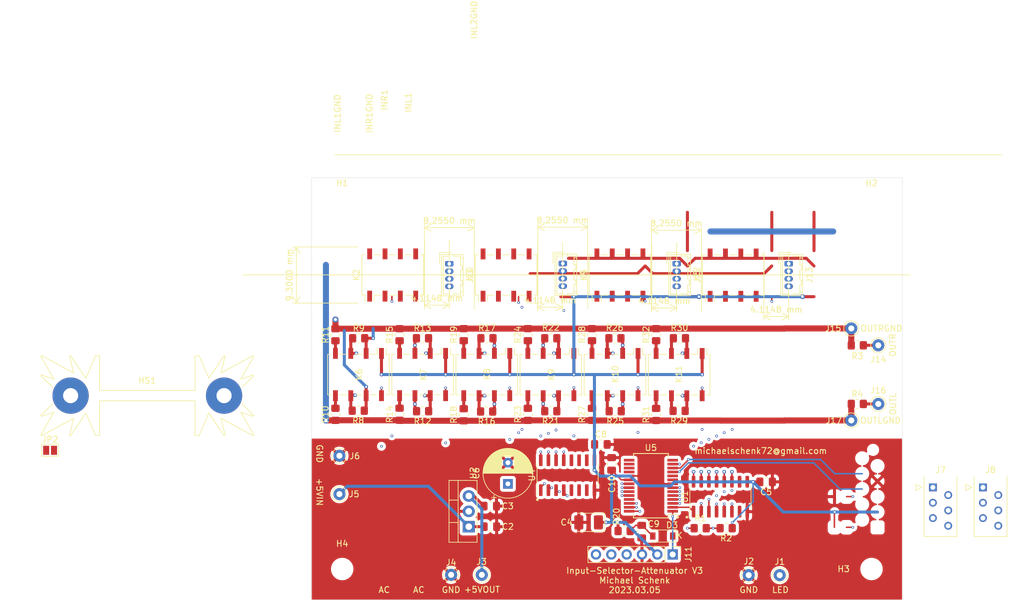
<source format=kicad_pcb>
(kicad_pcb (version 20221018) (generator pcbnew)
  (layers (0 "F.Cu" mixed) (1 "In1.Cu" signal) (2 "In2.Cu" signal) (31 "B.Cu" mixed) (34 "B.Paste" user) (35 "F.Paste" user) (36 "B.SilkS" user "B.Silkscreen") (37 "F.SilkS" user "F.Silkscreen") (38 "B.Mask" user) (39 "F.Mask" user) (44 "Edge.Cuts" user))
  (net 0 "")
  (net 1 "GND")
  (net 2 "Net-(J5-Pin_1)")
  (net 3 "+5V")
  (net 4 "Net-(D3-A)")
  (net 5 "Net-(D3-K)")
  (net 6 "VCC")
  (net 7 "RC0{slash}CHA")
  (net 8 "Net-(J1-Pin_1)")
  (net 9 "RC2{slash}SW")
  (net 11 "GND1")
  (net 12 "GND2")
  (net 13 "Net-(K2-Pad3)")
  (net 14 "RC5{slash}CHA")
  (net 15 "RC7{slash}SW")
  (net 17 "Net-(J10-Pin_1)")
  (net 18 "Net-(J10-Pin_3)")
  (net 20 "Net-(J14-Pin_1)")
  (net 21 "Net-(K2-Pad6)")
  (net 22 "Net-(J16-Pin_1)")
  (net 23 "Net-(K6-Pad3)")
  (net 24 "Net-(J9-Pin_1)")
  (net 25 "Net-(J9-Pin_3)")
  (net 26 "Net-(J12-Pin_1)")
  (net 27 "Net-(J12-Pin_3)")
  (net 28 "Net-(J13-Pin_1)")
  (net 29 "Net-(J13-Pin_3)")
  (net 30 "ICSPDAT")
  (net 31 "ICSPCLK")
  (net 32 "Net-(U4-O1)")
  (net 33 "Net-(U4-O2)")
  (net 34 "Net-(U4-O3)")
  (net 43 "Net-(K7-Pad3)")
  (net 44 "Net-(K6-Pad4)")
  (net 45 "Net-(K6-Pad5)")
  (net 46 "Net-(K6-Pad6)")
  (net 47 "Net-(U4-O4)")
  (net 48 "Net-(K7-Pad6)")
  (net 49 "Net-(K7-Pad4)")
  (net 50 "Net-(K7-Pad5)")
  (net 51 "Net-(U1-O1)")
  (net 52 "Net-(K8-Pad4)")
  (net 53 "Net-(K8-Pad5)")
  (net 54 "Net-(U1-O2)")
  (net 55 "Net-(K9-Pad4)")
  (net 56 "Net-(K9-Pad5)")
  (net 57 "Net-(K8-Pad3)")
  (net 58 "Net-(K8-Pad6)")
  (net 59 "Net-(U1-O3)")
  (net 60 "Net-(K10-Pad4)")
  (net 61 "Net-(K10-Pad5)")
  (net 62 "Net-(K10-Pad7)")
  (net 63 "Net-(U1-O4)")
  (net 64 "Net-(K10-Pad6)")
  (net 65 "Net-(K11-Pad4)")
  (net 66 "Net-(K11-Pad5)")
  (net 67 "Net-(U1-O5)")
  (net 68 "Net-(U1-O6)")
  (net 69 "Net-(U5-RB5)")
  (net 72 "Net-(U4-I1)")
  (net 73 "Net-(U4-I2)")
  (net 74 "Net-(U4-I3)")
  (net 75 "ATT_0")
  (net 76 "ATT_1")
  (net 77 "ATT_2")
  (net 78 "ATT_3")
  (net 79 "ATT_4")
  (net 80 "ATT_5")
  (net 81 "Net-(U4-I4)")
  (net 88 "Net-(K10-Pad2)")
  (net 89 "Net-(K10-Pad3)")
  (footprint "Capacitor_SMD:C_0805_2012Metric_Pad1.18x1.45mm_HandSolder" (layer "F.Cu") (at 146.4525 106.0196)
    (fp_text reference "C2")
    (fp_text value "330nF")
  )
  (footprint "Capacitor_SMD:C_0805_2012Metric_Pad1.18x1.45mm_HandSolder" (layer "F.Cu") (at 146.431 102.616)
    (fp_text reference "C3")
    (fp_text value "100nF")
  )
  (footprint "Capacitor_SMD:C_0805_2012Metric_Pad1.18x1.45mm_HandSolder" (layer "F.Cu") (at 192.0963 98.6028 180)
    (fp_text reference "C5")
    (fp_text value "100nF")
  )
  (footprint "MountingHole:MountingHole_3.2mm_M3" (layer "F.Cu") (at 209.55 53.34)
    (fp_text reference "H2")
    (fp_text value "MountingHole")
  )
  (footprint "MountingHole:MountingHole_3.2mm_M3" (layer "F.Cu") (at 209.55 113.03)
    (fp_text reference "H3")
    (fp_text value "MountingHole")
  )
  (footprint "MountingHole:MountingHole_3.2mm_M3" (layer "F.Cu") (at 121.92 113.03)
    (fp_text reference "H4")
    (fp_text value "MountingHole")
  )
  (footprint "Connector_Pin:Pin_D1.0mm_L10.0mm" (layer "F.Cu") (at 194.345485 114.046)
    (fp_text reference "J1")
    (fp_text value "LED")
  )
  (footprint "Connector_Pin:Pin_D1.0mm_L10.0mm" (layer "F.Cu") (at 189.214685 114.046)
    (fp_text reference "J2")
    (fp_text value "GND")
  )
  (footprint "Connector_Pin:Pin_D1.0mm_L10.0mm" (layer "F.Cu") (at 145.034 113.9952)
    (fp_text reference "J3")
    (fp_text value "+5VOUT")
  )
  (footprint "Connector_Pin:Pin_D1.0mm_L10.0mm" (layer "F.Cu") (at 139.954 113.9952)
    (fp_text reference "J4")
    (fp_text value "GND")
  )
  (footprint "Connector_Pin:Pin_D1.0mm_L10.0mm" (layer "F.Cu") (at 121.4628 100.6348)
    (fp_text reference "J5")
    (fp_text value "+VIN")
  )
  (footprint "Connector_Pin:Pin_D1.0mm_L10.0mm" (layer "F.Cu") (at 121.4628 94.2848)
    (fp_text reference "J6")
    (fp_text value "GND")
  )
  (footprint "Connector_Pin:Pin_D1.0mm_L10.0mm" (layer "F.Cu") (at 210.6676 75.9968)
    (fp_text reference "J14")
    (fp_text value "OUT_R")
  )
  (footprint "Connector_Pin:Pin_D1.0mm_L10.0mm" (layer "F.Cu") (at 206.197298 73.2028)
    (fp_text reference "J15")
    (fp_text value "OUT_GNDR")
  )
  (footprint "Connector_Pin:Pin_D1.0mm_L10.0mm" (layer "F.Cu") (at 210.6676 85.6996)
    (fp_text reference "J16")
    (fp_text value "OUT_L")
  )
  (footprint "Connector_Pin:Pin_D1.0mm_L10.0mm" (layer "F.Cu") (at 206.197298 88.428868)
    (fp_text reference "J17")
    (fp_text value "OUT_GNDL")
  )
  (footprint "Relay_SMD:Relay_DPDT_Omron_G6K-2F" (layer "F.Cu") (at 130.2766 64.3584 90)
    (fp_text reference "K2")
    (fp_text value "G6K-2F DC5")
  )
  (footprint "Relay_SMD:Relay_DPDT_Omron_G6K-2F" (layer "F.Cu") (at 149.0472 64.3688 90)
    (fp_text reference "K3")
    (fp_text value "G6K-2F DC5")
  )
  (footprint "Relay_SMD:Relay_DPDT_Omron_G6K-2F" (layer "F.Cu") (at 167.894 64.3688 90)
    (fp_text reference "K4")
    (fp_text value "G6K-2F DC5")
  )
  (footprint "Relay_SMD:Relay_DPDT_Omron_G6K-2F" (layer "F.Cu") (at 186.6392 64.3838 90)
    (fp_text reference "K5")
    (fp_text value "G6K-2F DC5")
  )
  (footprint "Resistor_SMD:R_0805_2012Metric_Pad1.20x1.40mm_HandSolder" (layer "F.Cu") (at 181.1876 106.2736)
    (fp_text reference "R1")
    (fp_text value "330R")
  )
  (footprint "Resistor_SMD:R_0805_2012Metric_Pad1.20x1.40mm_HandSolder" (layer "F.Cu") (at 185.4868 106.2736 180)
    (fp_text reference "R2")
    (fp_text value "330R")
  )
  (footprint "Resistor_SMD:R_0805_2012Metric_Pad1.20x1.40mm_HandSolder" (layer "F.Cu") (at 207.1972 85.6996)
    (fp_text reference "R4")
    (fp_text value "10k/0.1%")
  )
  (footprint "MountingHole:MountingHole_3.2mm_M3" (layer "F.Cu") (at 121.92 53.34)
    (fp_text reference "H1")
    (fp_text value "MountingHole")
  )
  (footprint "Resistor_SMD:R_0805_2012Metric_Pad1.20x1.40mm_HandSolder" (layer "F.Cu") (at 207.1972 75.9968)
    (fp_text reference "R3")
    (fp_text value "10k/0.1%")
  )
  (footprint "Package_SO:SOIC-16_3.9x9.9mm_P1.27mm" (layer "F.Cu") (at 159.2326 97.4994 90)
    (fp_text reference "U4")
    (fp_text value "ULN2003A")
  )
  (footprint "Package_TO_SOT_THT:TO-220-3_Vertical" (layer "F.Cu") (at 142.875 106.0196 90)
    (fp_text reference "U2")
    (fp_text value "L7805")
  )
  (footprint "Capacitor_Tantalum_SMD:CP_EIA-3528-21_Kemet-B_Pad1.50x2.35mm_HandSolder" (layer "F.Cu") (at 162.713 105.3084 180)
    (fp_text reference "C4")
    (fp_text value "10uF")
  )
  (footprint "Package_SO:SOIC-16_3.9x9.9mm_P1.27mm" (layer "F.Cu") (at 184.531 101.0554 90)
    (fp_text reference "U1")
    (fp_text value "ULN2003A")
  )
  (footprint "Connector_TE-Connectivity:TE_Micro-MaTch_215079-6_2x03_P1.27mm_Vertical" (layer "F.Cu") (at 219.7054 99.5172)
    (fp_text reference "J7")
    (fp_text value "TE MicroMatch")
  )
  (footprint "Resistor_SMD:R_0805_2012Metric_Pad1.20x1.40mm_HandSolder" (layer "F.Cu") (at 135.2296 86.9 180)
    (fp_text reference "R12")
    (fp_text value "2.94k/0.1%")
  )
  (footprint "Capacitor_SMD:C_0805_2012Metric_Pad1.18x1.45mm_HandSolder" (layer "F.Cu") (at 164.7444 92.4052)
    (fp_text reference "C8")
    (fp_text value "100nF")
  )
  (footprint "Resistor_SMD:R_0805_2012Metric_Pad1.20x1.40mm_HandSolder" (layer "F.Cu") (at 156.448 74.8284 180)
    (fp_text reference "R22")
    (fp_text value "7.5k/0.1%")
  )
  (footprint "Connector_Hirose:Hirose_DF13-04P-1.25DSA_1x04_P1.25mm_Vertical" (layer "F.Cu") (at 139.6492 62.4932 -90)
    (fp_text reference "J10")
    (fp_text value "Conn_01x04")
  )
  (footprint "Resistor_SMD:R_0805_2012Metric_Pad1.20x1.40mm_HandSolder" (layer "F.Cu") (at 135.2136 74.8284 180)
    (fp_text reference "R13")
    (fp_text value "2.94k/0.1%")
  )
  (footprint "Relay_SMD:Relay_DPDT_Omron_G6K-2F" (layer "F.Cu") (at 177.6984 80.8496 -90)
    (fp_text reference "K11")
    (fp_text value "G6K-2F DC5")
  )
  (footprint "Heatsink:Heatsink_Fischer_SK104-STC-STIC_35x13mm_2xDrill2.5mm" (layer "F.Cu") (at 89.662 84.328)
    (fp_text reference "HS1")
    (fp_text value "Heatsink")
  )
  (footprint "Resistor_SMD:R_0805_2012Metric_Pad1.20x1.40mm_HandSolder" (layer "F.Cu") (at 173.8884 87.4428 90)
    (fp_text reference "R31")
    (fp_text value "40.2R/0.1%")
  )
  (footprint "Resistor_SMD:R_0805_2012Metric_Pad1.20x1.40mm_HandSolder" (layer "F.Cu") (at 167.116 86.9 180)
    (fp_text reference "R25")
    (fp_text value "9.31k/0.1%")
  )
  (footprint "Diode_SMD:D_SOD-123" (layer "F.Cu") (at 174.9816 107.572 180)
    (fp_text reference "D3")
    (fp_text value "1N4148W")
  )
  (footprint "Resistor_SMD:R_0805_2012Metric_Pad1.20x1.40mm_HandSolder" (layer "F.Cu") (at 131.4196 87.4052 90)
    (fp_text reference "R14")
    (fp_text value "24.3k/0.1%")
  )
  (footprint "Resistor_SMD:R_0805_2012Metric_Pad1.20x1.40mm_HandSolder" (layer "F.Cu") (at 145.8816 74.8284 180)
    (fp_text reference "R17")
    (fp_text value "4.99k/0.1%")
  )
  (footprint "Resistor_SMD:R_0805_2012Metric_Pad1.20x1.40mm_HandSolder" (layer "F.Cu") (at 124.5776 86.8172 180)
    (fp_text reference "R8")
    (fp_text value "1.58k/0.1%")
  )
  (footprint "Relay_SMD:Relay_DPDT_Omron_G6K-2F" (layer "F.Cu") (at 124.6124 80.836 -90)
    (fp_text reference "K6")
    (fp_text value "G6K-2F DC5")
  )
  (footprint "Resistor_SMD:R_0805_2012Metric_Pad1.20x1.40mm_HandSolder" (layer "F.Cu") (at 177.6984 86.8492 180)
    (fp_text reference "R29")
    (fp_text value "10k/0.1%")
  )
  (footprint "Relay_SMD:Relay_DPDT_Omron_G6K-2F" (layer "F.Cu") (at 135.2296 80.8308 -90)
    (fp_text reference "K7")
    (fp_text value "G6K-2F DC5")
  )
  (footprint "Capacitor_SMD:C_0805_2012Metric_Pad1.18x1.45mm_HandSolder" (layer "F.Cu") (at 166.5224 95.6271 90)
    (fp_text reference "C10")
    (fp_text value "100nF")
  )
  (footprint "Resistor_SMD:R_0805_2012Metric_Pad1.20x1.40mm_HandSolder" (layer "F.Cu") (at 177.7492 74.8284 180)
    (fp_text reference "R30")
    (fp_text value "10k/0.1%")
  )
  (footprint "Resistor_SMD:R_0805_2012Metric_Pad1.20x1.40mm_HandSolder" (layer "F.Cu") (at 120.8024 74.248 90)
    (fp_text reference "R11")
    (fp_text value "53.6k/0.1%")
  )
  (footprint "Resistor_SMD:R_0805_2012Metric_Pad1.20x1.40mm_HandSolder" (layer "F.Cu") (at 167.0652 74.8284 180)
    (fp_text reference "R26")
    (fp_text value "9.31k/0.1%")
  )
  (footprint "Connector_Hirose:Hirose_DF13-04P-1.25DSA_1x04_P1.25mm_Vertical" (layer "F.Cu") (at 158.4452 62.4532 -90)
    (fp_text reference "J9")
    (fp_text value "Conn_01x04")
  )
  (footprint "Resistor_SMD:R_0805_2012Metric_Pad1.20x1.40mm_HandSolder" (layer "F.Cu") (at 145.8308 86.9508 180)
    (fp_text reference "R16")
    (fp_text value "4.99k/0.1%")
  )
  (footprint "Capacitor_THT:CP_Radial_D8.0mm_P3.50mm" (layer "F.Cu") (at 149.352 98.933 90)
    (fp_text reference "C6")
    (fp_text value "220uF/25V")
  )
  (footprint "Resistor_SMD:R_0805_2012Metric_Pad1.20x1.40mm_HandSolder" (layer "F.Cu") (at 163.2712 87.424 90)
    (fp_text reference "R27")
    (fp_text value "681R/0.1%")
  )
  (footprint "Resistor_SMD:R_0805_2012Metric_Pad1.20x1.40mm_HandSolder" (layer "F.Cu") (at 131.4196 74.248 90)
    (fp_text reference "R15")
    (fp_text value "24.3k/0.1%")
  )
  (footprint "Resistor_SMD:R_0805_2012Metric_Pad1.20x1.40mm_HandSolder" (layer "F.Cu") (at 156.448 86.9 180)
    (fp_text reference "R21")
    (fp_text value "7.5k/0.1%")
  )
  (footprint "Resistor_SMD:R_0805_2012Metric_Pad1.20x1.40mm_HandSolder" (layer "F.Cu") (at 124.6472 74.8284 180)
    (fp_text reference "R9")
    (fp_text value "1.58k/0.1%")
  )
  (footprint "Resistor_SMD:R_0805_2012Metric_Pad1.20x1.40mm_HandSolder" (layer "F.Cu") (at 120.8024 87.424 90)
    (fp_text reference "R10")
    (fp_text value "53.6k/0.1%")
  )
  (footprint "Resistor_SMD:R_0805_2012Metric_Pad1.20x1.40mm_HandSolder" (layer "F.Cu") (at 152.654 74.2348 90)
    (fp_text reference "R24")
    (fp_text value "3.32k/0.1%")
  )
  (footprint "Connector_TE-Connectivity:TE_Micro-MaTch_215079-6_2x03_P1.27mm_Vertical" (layer "F.Cu") (at 227.9904 99.5172)
    (fp_text reference "J8")
    (fp_text value "TE MicroMatch")
  )
  (footprint "Resistor_SMD:R_0805_2012Metric_Pad1.20x1.40mm_HandSolder" (layer "F.Cu") (at 163.2712 74.2348 90)
    (fp_text reference "R28")
    (fp_text value "681R/0.1%")
  )
  (footprint "Resistor_SMD:R_0805_2012Metric_Pad1.20x1.40mm_HandSolder" (layer "F.Cu") (at 152.654 87.424 90)
    (fp_text reference "R23")
    (fp_text value "3.32k/0.1%")
  )
  (footprint "Resistor_SMD:R_0805_2012Metric_Pad1.20x1.40mm_HandSolder" (layer "F.Cu") (at 142.039092 74.2348 90)
    (fp_text reference "R19")
    (fp_text value "10k/0.1%")
  )
  (footprint "Jumper:SolderJumper-2_P1.3mm_Open_Pad1.0x1.5mm" (layer "F.Cu") (at 73.562 93.378)
    (fp_text reference "JP2")
    (fp_text value "SolderJumper_2_Open")
  )
  (footprint "Resistor_SMD:R_0805_2012Metric_Pad1.20x1.40mm_HandSolder" (layer "F.Cu") (at 168.5892 106.7308)
    (fp_text reference "R20")
    (fp_text value "4.7k")
  )
  (footprint "Connector_Hirose:Hirose_DF13-04P-1.25DSA_1x04_P1.25mm_Vertical" (layer "F.Cu") (at 195.834 62.484 -90)
    (fp_text reference "J13")
    (fp_text value "Conn_01x04")
  )
  (footprint "Relay_SMD:Relay_DPDT_Omron_G6K-2F" (layer "F.Cu") (at 167.0812 80.836 -90)
    (fp_text reference "K10")
    (fp_text value "G6K-2F DC5")
  )
  (footprint "Capacitor_SMD:C_0805_2012Metric_Pad1.18x1.45mm_HandSolder" (layer "F.Cu") (at 171.5008 106.8393 -90)
    (fp_text reference "C9")
    (fp_text value "10nF")
  )
  (footprint "Resistor_SMD:R_0805_2012Metric_Pad1.20x1.40mm_HandSolder" (layer "F.Cu") (at 142.039092 87.4908 90)
    (fp_text reference "R18")
    (fp_text value "10k/0.1%")
  )
  (footprint "Relay_SMD:Relay_DPDT_Omron_G6K-2F" (layer "F.Cu") (at 156.464 80.8412 -90)
    (fp_text reference "K9")
    (fp_text value "G6K-2F DC5")
  )
  (footprint "Resistor_SMD:R_0805_2012Metric_Pad1.20x1.40mm_HandSolder" (layer "F.Cu") (at 173.8884 74.2348 90)
    (fp_text reference "R32")
    (fp_text value "40.2R/0.1%")
  )
  (footprint "Relay_SMD:Relay_DPDT_Omron_G6K-2F" (layer "F.Cu") (at 145.849092 80.836 -90)
    (fp_text reference "K8")
    (fp_text value "G6K-2F DC5")
  )
  (footprint "Connector_PinHeader_2.54mm:PinHeader_1x06_P2.54mm_Vertical" (layer "F.Cu") (at 176.6316 110.62 -90)
    (fp_text reference "J11")
    (fp_text value "Conn_01x06_Male")
  )
  (footprint "Connector_Hirose:Hirose_DF13-04P-1.25DSA_1x04_P1.25mm_Vertical" (layer "F.Cu") (at 177.292 62.484 -90)
    (fp_text reference "J12")
    (fp_text value "Conn_01x04")
  )
  (footprint "Package_SO:SSOP-28_5.3x10.2mm_P0.65mm" (layer "F.Cu") (at 173.0248 99.2408 180)
    (fp_text reference "U5")
    (fp_text value "PIC16F18056-I/SS")
  )
  (gr_line (start 120.65 44.45) (end 231.14 44.45) (stroke (width 0.12)) (layer "F.SilkS"))
  (gr_line (start 105.5002 64.3282) (end 215.9902 64.3282) (stroke (width 0.12)) (layer "F.SilkS"))
  (gr_line (start 116.84 118.11) (end 116.84 48.26) (stroke (width 0.05)) (layer "Edge.Cuts"))
  (gr_line (start 214.63 118.11) (end 116.84 118.11) (stroke (width 0.05)) (layer "Edge.Cuts"))
  (gr_line (start 214.63 48.26) (end 214.63 118.11) (stroke (width 0.05)) (layer "Edge.Cuts"))
  (gr_line (start 116.84 48.26) (end 214.63 48.26) (stroke (width 0.05)) (layer "Edge.Cuts"))
  (gr_text "OUTL" (at 213.106 85.6996 90) (layer "F.SilkS") (effects (font (size 1 1))))
  (gr_text "AC" (at 134.5946 116.4844) (layer "F.SilkS") (effects (font (size 1 1))))
  (gr_text "+5VIN" (at 118.1608 100.2792 270) (layer "F.SilkS") (effects (font (size 1 1))))
  (gr_text "GND" (at 118.1608 93.9292 270) (layer "F.SilkS") (effects (font (size 1 1))))
  (gr_text "+5VOUT" (at 145.077204 116.4336) (layer "F.SilkS") (effects (font (size 1 1))))
  (gr_text "GND" (at 139.946404 116.4844) (layer "F.SilkS") (effects (font (size 1 1))))
  (gr_text "GND" (at 189.23 116.4844) (layer "F.SilkS") (effects (font (size 1 1))))
  (gr_text "INR1GND" (at 126.4412 37.6174 90) (layer "F.SilkS") (effects (font (size 1 1))))
  (gr_text "INL1" (at 132.8928 35.814 90) (layer "F.SilkS") (effects (font (size 1 1))))
  (gr_text "INR1" (at 128.9304 35.3822 90) (layer "F.SilkS") (effects (font (size 1 1))))
  (gr_text "INL2GND" (at 143.7386 22.1234 90) (layer "F.SilkS") (effects (font (size 1 1))))
  (gr_text "OUTLGND" (at 211.0232 88.4428) (layer "F.SilkS") (effects (font (size 1 1))))
  (gr_text "OUTRGND" (at 211.1756 73.2028) (layer "F.SilkS") (effects (font (size 1 1))))
  (gr_text "Input-Selector-Attenuator V3\nMichael Schenk\n2023.03.05" (at 170.3324 114.9096) (layer "F.SilkS") (effects (font (size 1 1))))
  (gr_text "LED" (at 194.4624 116.4844) (layer "F.SilkS") (effects (font (size 1 1))))
  (gr_text "°" (at 178.9684 104.8512) (layer "F.SilkS") (effects (font (size 1 1))))
  (gr_text "michaelschenk72@gmail.com" (at 191.2112 93.472) (layer "F.SilkS") (effects (font (size 1 1))))
  (gr_text "°" (at 154.2288 101.9556) (layer "F.SilkS") (effects (font (size 1 1))))
  (gr_text "°" (at 177.4444 104.8512) (layer "F.SilkS") (effects (font (size 1 1))))
  (gr_text "AC" (at 128.8796 116.4844) (layer "F.SilkS") (effects (font (size 1 1))))
  (gr_text "INL1GND" (at 121.158 37.6174 90) (layer "F.SilkS") (effects (font (size 1 1))))
  (gr_text "K" (at 177.7492 107.4928) (layer "F.SilkS") (effects (font (size 1 1))))
  (gr_text "OUTR" (at 213.0552 75.946 90) (layer "F.SilkS") (effects (font (size 1 1))))
  (dimension (type aligned) (layer "F.SilkS") (pts (xy 135.5344 70.485) (xy 143.7894 70.485)) (height -13.97) (gr_text "8.2550 mm" (at 139.6619 55.365) (layer "F.SilkS") (effects (font (size 1 1) (thickness 0.15)))) (format (prefix "") (suffix "") (units 3) (units_format 1) (precision 4)) (style (thickness 0.12) (arrow_length 1.27) (text_position_mode 0) (extension_height 0.58642) (extension_offset 0.5) keep_text_aligned))
  (dimension (type aligned) (layer "F.SilkS") (pts (xy 173.1772 58.5724) (xy 177.292 58.5724)) (height 11.2368) (gr_text "4.1148 mm" (at 175.2346 68.6592) (layer "F.SilkS") (effects (font (size 1 1) (thickness 0.15)))) (format (prefix "") (suffix "") (units 3) (units_format 1) (precision 4)) (style (thickness 0.12) (arrow_length 1.27) (text_position_mode 0) (extension_height 0.58642) (extension_offset 0.5) keep_text_aligned))
  (dimension (type aligned) (layer "F.SilkS") (pts (xy 173.1264 70.9168) (xy 181.3814 70.9168)) (height -13.97) (gr_text "8.2550 mm" (at 177.2539 55.7968) (layer "F.SilkS") (effects (font (size 1 1) (thickness 0.15)))) (format (prefix "") (suffix "") (units 3) (units_format 1) (precision 4)) (style (thickness 0.12) (arrow_length 1.27) (text_position_mode 0) (extension_height 0.58642) (extension_offset 0.5) keep_text_aligned))
  (dimension (type aligned) (layer "F.SilkS") (pts (xy 191.7192 59.9948) (xy 195.834 59.9948)) (height 11.2368) (gr_text "4.1148 mm" (at 193.7766 70.0816) (layer "F.SilkS") (effects (font (size 1 1) (thickness 0.15)))) (format (prefix "") (suffix "") (units 3) (units_format 1) (precision 4)) (style (thickness 0.12) (arrow_length 1.27) (text_position_mode 0) (extension_height 0.58642) (extension_offset 0.5) keep_text_aligned))
  (dimension (type aligned) (layer "F.SilkS") (pts (xy 154.305 70.4088) (xy 162.56 70.4088)) (height -13.97) (gr_text "8.2550 mm" (at 158.4325 55.2888) (layer "F.SilkS") (effects (font (size 1 1) (thickness 0.15)))) (format (prefix "") (suffix "") (units 3) (units_format 1) (precision 4)) (style (thickness 0.12) (arrow_length 1.27) (text_position_mode 0) (extension_height 0.58642) (extension_offset 0.5) keep_text_aligned))
  (dimension (type aligned) (layer "F.SilkS") (pts (xy 135.5344 58.1152) (xy 139.6492 58.1152)) (height 11.2368) (gr_text "4.1148 mm" (at 137.5918 68.202) (layer "F.SilkS") (effects (font (size 1 1) (thickness 0.15)))) (format (prefix "") (suffix "") (units 3) (units_format 1) (precision 4)) (style (thickness 0.12) (arrow_length 1.27) (text_position_mode 0) (extension_height 0.58642) (extension_offset 0.5) keep_text_aligned))
  (dimension (type aligned) (layer "F.SilkS") (pts (xy 154.2796 58.4608) (xy 158.3944 58.4608)) (height 11.2368) (gr_text "4.1148 mm" (at 156.337 68.5476) (layer "F.SilkS") (effects (font (size 1 1) (thickness 0.15)))) (format (prefix "") (suffix "") (units 3) (units_format 1) (precision 4)) (style (thickness 0.12) (arrow_length 1.27) (text_position_mode 0) (extension_height 0.58642) (extension_offset 0.5) keep_text_aligned))
  (dimension (type aligned) (layer "F.SilkS") (pts (xy 125.0266 69.0084) (xy 125.0266 59.7084)) (height -10.6758) (gr_text "9.3000 mm" (at 113.2008 64.3584 90) (layer "F.SilkS") (effects (font (size 1 1) (thickness 0.15)))) (format (prefix "") (suffix "") (units 3) (units_format 1) (precision 4)) (style (thickness 0.12) (arrow_length 1.27) (text_position_mode 0) (extension_height 0.58642) (extension_offset 0.5) keep_text_aligned))
  (segment (start 205.4192 101.0412) (end 206.4512 101.0412) (width 0.25) (layer "F.Cu") (net 0))
  (segment (start 205.4032 106.1212) (end 206.4512 106.1212) (width 0.25) (layer "F.Cu") (net 0))
  (via (at 206.4512 101.0412) (size 0.45) (drill 0.225) (layers "F.Cu" "B.Cu") (net 0))
  (via (at 206.4512 106.1212) (size 0.45) (drill 0.225) (layers "F.Cu" "B.Cu") (net 0))
  (segment (start 172.9822 98.9158) (end 171.6822 97.6158) (width 0.25) (layer "F.Cu") (net 1))
  (segment (start 176.6248 98.9158) (end 172.9822 98.9158) (width 0.25) (layer "F.Cu") (net 1))
  (segment (start 169.4248 97.6158) (end 171.6822 97.6158) (width 0.25) (layer "F.Cu") (net 1))
  (segment (start 145.415 106.0196) (end 142.875 106.0196) (width 0.5) (layer "F.Cu") (net 2))
  (segment (start 122.762 99.3356) (end 121.4628 100.6348) (width 0.5) (layer "B.Cu") (net 2))
  (segment (start 122.762 99.3356) (end 136.191 99.3356) (width 0.5) (layer "B.Cu") (net 2))
  (segment (start 136.191 99.3356) (end 142.875 106.0196) (width 0.5) (layer "B.Cu") (net 2))
  (segment (start 188.9984 98.6028) (end 188.976 98.5804) (width 0.5) (layer "F.Cu") (net 3))
  (segment (start 169.4248 98.2658) (end 168.1236 98.2658) (width 0.25) (layer "F.Cu") (net 3))
  (segment (start 191.0588 98.6028) (end 189.9412 98.6028) (width 0.5) (layer "F.Cu") (net 3))
  (segment (start 170.8912 80.8228) (end 170.878 80.836) (width 0.5) (layer "F.Cu") (net 3))
  (segment (start 139.0396 80.836) (end 139.0396 77.3308) (width 0.5) (layer "F.Cu") (net 3))
  (segment (start 181.5084 80.8228) (end 181.4952 80.836) (width 0.5) (layer "F.Cu") (net 3))
  (segment (start 149.659092 80.833708) (end 149.6568 80.836) (width 0.5) (layer "F.Cu") (net 3))
  (segment (start 181.5084 77.3496) (end 181.5084 80.8228) (width 0.5) (layer "F.Cu") (net 3))
  (segment (start 128.4224 80.836) (end 128.4224 77.336) (width 0.5) (layer "F.Cu") (net 3))
  (segment (start 163.6776 92.4345) (end 163.7069 92.4052) (width 0.5) (layer "F.Cu") (net 3))
  (segment (start 186.4868 106.2736) (end 186.4868 105.3592) (width 0.25) (layer "F.Cu") (net 3))
  (segment (start 168.1236 98.2658) (end 166.5224 96.6646) (width 0.25) (layer "F.Cu") (net 3))
  (segment (start 170.8912 77.336) (end 170.8912 80.8228) (width 0.5) (layer "F.Cu") (net 3))
  (segment (start 149.659092 77.336) (end 149.659092 80.833708) (width 0.5) (layer "F.Cu") (net 3))
  (segment (start 198.12 67.945) (end 200.025 67.945) (width 0.5) (layer "F.Cu") (net 3))
  (segment (start 160.274 80.836) (end 160.274 77.3412) (width 0.5) (layer "F.Cu") (net 3))
  (segment (start 143.7171 100.9396) (end 145.3935 102.616) (width 0.5) (layer "F.Cu") (net 3))
  (segment (start 163.6776 95.0244) (end 163.6776 96.6724) (width 0.5) (layer "F.Cu") (net 3))
  (segment (start 165.608 105.3084) (end 164.338 105.3084) (width 0.5) (layer "F.Cu") (net 3))
  (segment (start 203.4032 103.632) (end 203.438 103.5972) (width 0.25) (layer "F.Cu") (net 3))
  (segment (start 166.5224 96.6646) (end 166.5224 97.6511) (width 0.5) (layer "F.Cu") (net 3))
  (segment (start 167.5892 106.7308) (end 167.5892 105.3592) (width 0.5) (layer "F.Cu") (net 3))
  (segment (start 189.9412 98.6028) (end 188.9984 98.6028) (width 0.5) (layer "F.Cu") (net 3))
  (segment (start 180.975 67.945) (end 179.07 67.945) (width 0.5) (layer "F.Cu") (net 3))
  (segment (start 158.115 67.945) (end 160.2486 67.945) (width 0.5) (layer "F.Cu") (net 3))
  (segment (start 167.5892 105.3592) (end 167.5384 105.3084) (width 0.5) (layer "F.Cu") (net 3))
  (segment (start 142.875 100.9396) (end 143.7171 100.9396) (width 0.5) (layer "F.Cu") (net 3))
  (segment (start 203.4032 106.1212) (end 203.4032 103.632) (width 0.25) (layer "F.Cu") (net 3))
  (segment (start 160.2486 67.945) (end 160.274 67.9704) (width 0.5) (layer "F.Cu") (net 3))
  (segment (start 163.6776 95.0244) (end 163.6776 92.4345) (width 0.5) (layer "F.Cu") (net 3))
  (via (at 203.438 103.5972) (size 0.6) (drill 0.3) (layers "F.Cu" "B.Cu") (net 3))
  (via (at 160.274 80.836) (size 0.6) (drill 0.3) (layers "F.Cu" "B.Cu") (net 3))
  (via (at 163.6776 96.6724) (size 0.6) (drill 0.3) (layers "F.Cu" "B.Cu") (net 3))
  (via (at 165.608 105.3084) (size 0.6) (drill 0.3) (layers "F.Cu" "B.Cu") (net 3))
  (via (at 167.5384 105.3084) (size 0.6) (drill 0.3) (layers "F.Cu" "B.Cu") (net 3))
  (via (at 170.878 80.836) (size 0.6) (drill 0.3) (layers "F.Cu" "B.Cu") (net 3))
  (via (at 189.9412 98.6028) (size 0.6) (drill 0.3) (layers "F.Cu" "B.Cu") (net 3))
  (via (at 160.274 67.9704) (size 0.6) (drill 0.3) (layers "F.Cu" "B.Cu") (net 3))
  (via (at 128.4224 80.836) (size 0.6) (drill 0.3) (layers "F.Cu" "B.Cu") (net 3))
  (via (at 149.6568 80.836) (size 0.6) (drill 0.3) (layers "F.Cu" "B.Cu") (net 3))
  (via (at 180.975 67.945) (size 0.8) (drill 0.4) (layers "F.Cu" "B.Cu") (net 3))
  (via (at 186.4868 105.3592) (size 0.45) (drill 0.225) (layers "F.Cu" "B.Cu") (net 3))
  (via (at 198.12 67.945) (size 0.8) (drill 0.4) (layers "F.Cu" "B.Cu") (net 3))
  (via (at 166.5224 97.6511) (size 0.6) (drill 0.3) (layers "F.Cu" "B.Cu") (net 3))
  (via (at 139.0396 80.836) (size 0.6) (drill 0.3) (layers "F.Cu" "B.Cu") (net 3))
  (via (at 181.4952 80.836) (size 0.6) (drill 0.3) (layers "F.Cu" "B.Cu") (net 3))
  (segment (start 198.12 67.945) (end 180.975 67.945) (width 0.5) (layer "B.Cu") (net 3))
  (segment (start 166.5359 97.6376) (end 166.5224 97.6511) (width 0.5) (layer "B.Cu") (net 3))
  (segment (start 210.5406 103.5972) (end 203.438 103.5972) (width 0.5) (layer "B.Cu") (net 3))
  (segment (start 176.9364 98.6028) (end 176.276 99.2632) (width 0.5) (layer "B.Cu") (net 3))
  (segment (start 139.0396 80.836) (end 128.4224 80.836) (width 0.5) (layer "B.Cu") (net 3))
  (segment (start 180.975 67.945) (end 160.2994 67.945) (width 0.5) (layer "B.Cu") (net 3))
  (segment (start 189.9412 98.6028) (end 176.9364 98.6028) (width 0.5) (layer "B.Cu") (net 3))
  (segment (start 186.4868 105.3592) (end 189.9412 101.9048) (width 0.25) (layer "B.Cu") (net 3))
  (segment (start 171.2468 99.2632) (end 169.6212 97.6376) (width 0.5) (layer "B.Cu") (net 3))
  (segment (start 160.274 80.836) (end 160.274 67.9704) (width 0.5) (layer "B.Cu") (net 3))
  (segment (start 167.5384 105.3084) (end 168.78 105.3084) (width 0.5) (layer "B.Cu") (net 3))
  (segment (start 149.6568 80.836) (end 160.274 80.836) (width 0.5) (layer "B.Cu") (net 3))
  (segment (start 163.6908 80.836) (end 170.878 80.836) (width 0.5) (layer "B.Cu") (net 3))
  (segment (start 167.5384 105.3084) (end 166.4716 105.3084) (width 0.5) (layer "B.Cu") (net 3))
  (segment (start 149.6568 80.836) (end 139.0396 80.836) (width 0.5) (layer "B.Cu") (net 3))
  (segment (start 168.78 105.3084) (end 174.0916 110.62) (width 0.5) (layer "B.Cu") (net 3))
  (segment (start 163.6776 80.8492) (end 163.6908 80.836) (width 0.5) (layer "B.Cu") (net 3))
  (segment (start 166.4716 105.3084) (end 165.608 105.3084) (width 0.5) (layer "B.Cu") (net 3))
  (segment (start 160.2994 67.945) (end 160.02 67.945) (width 0.5) (layer "B.Cu") (net 3))
  (segment (start 166.5224 97.6511) (end 166.5224 105.2576) (width 0.5) (layer "B.Cu") (net 3))
  (segment (start 145.034 113.9952) (end 145.034 103.0986) (width 0.5) (layer "B.Cu") (net 3))
  (segment (start 169.6212 97.6376) (end 166.5359 97.6376) (width 0.5) (layer "B.Cu") (net 3))
  (segment (start 166.5224 97.6511) (end 164.6563 97.6511) (width 0.5) (layer "B.Cu") (net 3))
  (segment (start 170.878 80.836) (end 181.4952 80.836) (width 0.5) (layer "B.Cu") (net 3))
  (segment (start 166.5224 105.2576) (end 166.4716 105.3084) (width 0.5) (layer "B.Cu") (net 3))
  (segment (start 176.276 99.2632) (end 171.2468 99.2632) (width 0.5) (layer "B.Cu") (net 3))
  (segment (start 189.9412 101.9048) (end 189.9412 98.6028) (width 0.25) (layer "B.Cu") (net 3))
  (segment (start 160.274 80.836) (end 163.6908 80.836) (width 0.5) (layer "B.Cu") (net 3))
  (segment (start 145.034 103.0986) (end 142.875 100.9396) (width 0.5) (layer "B.Cu") (net 3))
  (segment (start 160.274 67.9704) (end 160.2994 67.945) (width 0.5) (layer "B.Cu") (net 3))
  (segment (start 164.6563 97.6511) (end 163.6776 96.6724) (width 0.5) (layer "B.Cu") (net 3))
  (segment (start 194.9356 103.5972) (end 189.9412 98.6028) (width 0.5) (layer "B.Cu") (net 3))
  (segment (start 203.438 103.5972) (end 194.9356 103.5972) (width 0.5) (layer "B.Cu") (net 3))
  (segment (start 163.6776 96.6724) (end 163.6776 80.8492) (width 0.5) (layer "B.Cu") (net 3))
  (segment (start 171.5008 105.8018) (end 170.5182 105.8018) (width 0.25) (layer "F.Cu") (net 4))
  (segment (start 170.5182 105.8018) (end 169.5892 106.7308) (width 0.25) (layer "F.Cu") (net 4))
  (segment (start 171.5614 105.8018) (end 173.3316 107.572) (width 0.25) (layer "F.Cu") (net 4))
  (segment (start 171.5008 105.8018) (end 171.5614 105.8018) (width 0.25) (layer "F.Cu") (net 4))
  (segment (start 176.6316 104.3208) (end 176.6316 103.4726) (width 0.25) (layer "F.Cu") (net 5))
  (segment (start 176.6316 103.4726) (end 176.6248 103.4658) (width 0.25) (layer "F.Cu") (net 5))
  (segment (start 176.6316 110.62) (end 176.6316 107.572) (width 0.25) (layer "F.Cu") (net 5))
  (via (at 176.6316 104.3208) (size 0.45) (drill 0.225) (layers "F.Cu" "B.Cu") (net 5))
  (segment (start 176.6316 110.62) (end 176.6316 104.3208) (width 0.25) (layer "B.Cu") (net 5))
  (segment (start 176.6248 96.9658) (end 177.7098 96.9658) (width 0.25) (layer "F.Cu") (net 7))
  (segment (start 176.6248 96.3158) (end 177.867618 96.3158) (width 0.25) (layer "F.Cu") (net 7))
  (segment (start 179.2224 94.961018) (end 179.2224 94.8944) (width 0.25) (layer "F.Cu") (net 7))
  (segment (start 177.7098 96.9658) (end 177.7492 96.9264) (width 0.25) (layer "F.Cu") (net 7))
  (segment (start 177.867618 96.3158) (end 179.2224 94.961018) (width 0.25) (layer "F.Cu") (net 7))
  (via (at 179.2224 94.8944) (size 0.45) (drill 0.225) (layers "F.Cu" "B.Cu") (net 7))
  (via (at 177.7492 96.9264) (size 0.45) (drill 0.225) (layers "F.Cu" "B.Cu") (net 7))
  (segment (start 201.1172 94.8944) (end 203.47 97.2472) (width 0.25) (layer "B.Cu") (net 7))
  (segment (start 199.983782 95.4532) (end 204.317782 99.7872) (width 0.25) (layer "B.Cu") (net 7))
  (segment (start 177.7492 96.9264) (end 179.2224 95.4532) (width 0.25) (layer "B.Cu") (net 7))
  (segment (start 179.2224 94.8944) (end 201.1172 94.8944) (width 0.25) (layer "B.Cu") (net 7))
  (segment (start 179.2224 95.4532) (end 199.983782 95.4532) (width 0.25) (layer "B.Cu") (net 7))
  (segment (start 204.317782 99.7872) (end 208.0006 99.7872) (width 0.25) (layer "B.Cu") (net 7))
  (segment (start 203.47 97.2472) (end 208.0006 97.2472) (width 0.25) (layer "B.Cu") (net 7))
  (segment (start 184.4868 106.2736) (end 183.3372 106.2736) (width 0.25) (layer "F.Cu") (net 8))
  (segment (start 183.3372 106.2736) (end 182.1876 106.2736) (width 0.25) (layer "F.Cu") (net 8))
  (via (at 183.3372 106.2736) (size 0.45) (drill 0.225) (layers "F.Cu" "B.Cu") (net 8))
  (segment (start 177.7398 95.6658) (end 177.7492 95.6564) (width 0.25) (layer "F.Cu") (net 9))
  (segment (start 176.6248 95.6658) (end 177.7398 95.6658) (width 0.25) (layer "F.Cu") (net 9))
  (via (at 177.7492 95.6564) (size 0.45) (drill 0.225) (layers "F.Cu" "B.Cu") (net 9))
  (segment (start 206.197298 88.428868) (end 206.197298 85.699698) (width 1) (layer "F.Cu") (net 11))
  (segment (start 191.755 64.135) (end 193.025 62.865) (width 0.5) (layer "F.Cu") (net 11))
  (segment (start 172.085 62.865) (end 173.355 64.135) (width 0.5) (layer "F.Cu") (net 11))
  (segment (start 195.1228 88.4588) (end 184.5216 88.4588) (width 1) (layer "F.Cu") (net 11))
  (segment (start 184.5056 88.4428) (end 173.8884 88.4428) (width 1) (layer "F.Cu") (net 11))
  (segment (start 152.654 88.424) (end 163.2712 88.424) (width 1) (layer "F.Cu") (net 11))
  (segment (start 119.2464 88.424) (end 119.2276 88.4428) (width 1) (layer "F.Cu") (net 11))
  (segment (start 195.152732 88.428868) (end 206.197298 88.428868) (width 1) (layer "F.Cu") (net 11))
  (segment (start 142.039092 88.4908) (end 152.5872 88.4908) (width 1) (layer "F.Cu") (net 11))
  (segment (start 131.5052 88.4908) (end 131.4196 88.4052) (width 1) (layer "F.Cu") (net 11))
  (segment (start 153.035 64.135) (end 170.8 64.135) (width 0.5) (layer "F.Cu") (net 11))
  (segment (start 142.039092 88.4908) (end 131.5052 88.4908) (width 1) (layer "F.Cu") (net 11))
  (segment (start 173.355 64.135) (end 191.755 64.135) (width 0.5) (layer "F.Cu") (net 11))
  (segment (start 206.197298 85.699698) (end 206.1972 85.6996) (width 1) (layer "F.Cu") (net 11))
  (segment (start 170.8 64.135) (end 172.07 62.865) (width 0.5) (layer "F.Cu") (net 11))
  (segment (start 131.4196 88.4052) (end 120.8212 88.4052) (width 1) (layer "F.Cu") (net 11))
  (segment (start 173.8884 88.4428) (end 163.29 88.4428) (width 1) (layer "F.Cu") (net 11))
  (segment (start 195.1228 88.4588) (end 195.152732 88.428868) (width 1) (layer "F.Cu") (net 11))
  (segment (start 120.8024 88.424) (end 119.2464 88.424) (width 1) (layer "F.Cu") (net 11))
  (segment (start 184.5216 88.4588) (end 184.5056 88.4428) (width 1) (layer "F.Cu") (net 11))
  (segment (start 120.8212 88.4052) (end 120.8024 88.424) (width 1) (layer "F.Cu") (net 11))
  (segment (start 163.29 88.4428) (end 163.2712 88.424) (width 1) (layer "F.Cu") (net 11))
  (segment (start 152.5872 88.4908) (end 152.654 88.424) (width 1) (layer "F.Cu") (net 11))
  (via (at 119.2276 88.4428) (size 1) (drill 0.5) (layers "F.Cu" "B.Cu") (net 11))
  (segment (start 119.2276 88.4428) (end 119.2276 62.679206) (width 1) (layer "B.Cu") (net 11))
  (segment (start 142.025892 73.248) (end 142.039092 73.2348) (width 1) (layer "F.Cu") (net 12))
  (segment (start 163.2712 73.2348) (end 173.8884 73.2348) (width 1) (layer "F.Cu") (net 12))
  (segment (start 206.1972 75.9968) (end 206.1972 73.202898) (width 1) (layer "F.Cu") (net 12))
  (segment (start 120.8024 73.248) (end 131.4196 73.248) (width 1) (layer "F.Cu") (net 12))
  (segment (start 206.197298 73.2028) (end 195.1548 73.2028) (width 1) (layer "F.Cu") (net 12))
  (segment (start 131.4196 73.248) (end 142.025892 73.248) (width 1) (layer "F.Cu") (net 12))
  (segment (start 120.8024 73.248) (end 120.8024 71.7296) (width 1) (layer "F.Cu") (net 12))
  (segment (start 195.1548 73.2028) (end 195.1228 73.2348) (width 1) (layer "F.Cu") (net 12))
  (segment (start 142.039092 73.2348) (end 152.654 73.2348) (width 1) (layer "F.Cu") (net 12))
  (segment (start 206.1972 73.202898) (end 206.197298 73.2028) (width 1) (layer "F.Cu") (net 12))
  (segment (start 173.8884 73.2348) (end 195.1228 73.2348) (width 1) (layer "F.Cu") (net 12))
  (segment (start 152.654 73.2348) (end 163.2712 73.2348) (width 1) (layer "F.Cu") (net 12))
  (via (at 120.8024 71.7296) (size 1) (drill 0.5) (layers "F.Cu" "B.Cu") (net 12))
  (segment (start 182.88 57.15) (end 203.2 57.15) (width 1) (layer "B.Cu") (net 12))
  (segment (start 159.385 61.595) (end 177.8 61.595) (width 0.5) (layer "F.Cu") (net 13))
  (segment (start 127.0508 74.8284) (end 125.6472 74.8284) (width 0.5) (layer "F.Cu") (net 13))
  (segment (start 198.755 61.595) (end 200.025 62.865) (width 0.5) (layer "F.Cu") (net 13))
  (segment (start 177.8 61.595) (end 179.07 62.865) (width 0.5) (layer "F.Cu") (net 13))
  (segment (start 180.34 61.595) (end 198.755 61.595) (width 0.5) (layer "F.Cu") (net 13))
  (segment (start 125.8824 77.336) (end 125.8824 75.0636) (width 0.5) (layer "F.Cu") (net 13))
  (segment (start 125.8824 75.0636) (end 125.6472 74.8284) (width 0.5) (layer "F.Cu") (net 13))
  (segment (start 179.07 62.865) (end 180.34 61.595) (width 0.5) (layer "F.Cu") (net 13))
  (via (at 127.0508 74.8284) (size 0.6) (drill 0.3) (layers "F.Cu" "B.Cu") (net 13))
  (segment (start 127.0508 73.2028) (end 127.0508 74.8284) (width 0.5) (layer "B.Cu") (net 13))
  (segment (start 176.4284 75.1492) (end 176.7492 74.8284) (width 0.5) (layer "F.Cu") (net 20))
  (segment (start 210.6676 75.9968) (end 208.1972 75.9968) (width 0.5) (layer "F.Cu") (net 20))
  (segment (start 176.4284 77.3496) (end 176.4284 75.1492) (width 0.5) (layer "F.Cu") (net 20))
  (segment (start 125.8824 84.336) (end 125.8824 86.5124) (width 0.5) (layer "F.Cu") (net 21))
  (segment (start 125.8824 82.8548) (end 125.8824 84.336) (width 0.5) (layer "F.Cu") (net 21))
  (segment (start 125.8824 86.5124) (end 125.5776 86.8172) (width 0.5) (layer "F.Cu") (net 21))
  (via (at 125.8824 82.8548) (size 0.6) (drill 0.3) (layers "F.Cu" "B.Cu") (net 21))
  (segment (start 122.2756 73.5584) (end 122.2756 79.248) (width 0.5) (layer "B.Cu") (net 21))
  (segment (start 122.2756 79.248) (end 125.8824 82.8548) (width 0.5) (layer "B.Cu") (net 21))
  (segment (start 210.6676 85.6996) (end 208.1972 85.6996) (width 0.5) (layer "F.Cu") (net 22))
  (segment (start 176.4284 84.3496) (end 176.4284 86.5792) (width 0.5) (layer "F.Cu") (net 22))
  (segment (start 176.4284 86.5792) (end 176.6984 86.8492) (width 0.5) (layer "F.Cu") (net 22))
  (segment (start 124.2384 77.336) (end 124.2568 77.3176) (width 0.5) (layer "F.Cu") (net 23))
  (segment (start 135.7884 77.3176) (end 136.4864 77.3176) (width 0.5) (layer "F.Cu") (net 23))
  (segment (start 123.3424 77.336) (end 124.2384 77.336) (width 0.5) (layer "F.Cu") (net 23))
  (segment (start 136.4864 77.3176) (end 136.4996 77.3308) (width 0.5) (layer "F.Cu") (net 23))
  (segment (start 136.4996 75.1144) (end 136.2136 74.8284) (width 0.5) (layer "F.Cu") (net 23))
  (segment (start 123.3424 77.336) (end 123.3424 75.1332) (width 0.5) (layer "F.Cu") (net 23))
  (segment (start 136.4996 77.3308) (end 136.4996 75.1144) (width 0.5) (layer "F.Cu") (net 23))
  (segment (start 123.3424 75.1332) (end 123.6472 74.8284) (width 0.5) (layer "F.Cu") (net 23))
  (via (at 124.2568 77.3176) (size 0.6) (drill 0.3) (layers "F.Cu" "B.Cu") (net 23))
  (via (at 135.7884 77.3176) (size 0.6) (drill 0.3) (layers "F.Cu" "B.Cu") (net 23))
  (segment (start 179.07 53.975) (end 179.07 60.325) (width 0.5) (layer "F.Cu") (net 27))
  (segment (start 193.04 53.975) (end 193.04 60.31) (width 0.5) (layer "F.Cu") (net 28))
  (segment (start 200.025 53.975) (end 200.025 60.325) (width 0.5) (layer "F.Cu") (net 29))
  (segment (start 169.4248 103.4658) (end 171.1729 103.4658) (width 0.25) (layer "F.Cu") (net 30))
  (segment (start 171.1729 103.4658) (end 171.1867 103.4796) (width 0.25) (layer "F.Cu") (net 30))
  (via (at 171.1867 103.4796) (size 0.45) (drill 0.225) (layers "F.Cu" "B.Cu") (net 30))
  (segment (start 169.4248 102.8158) (end 170.5898 102.8158) (width 0.25) (layer "F.Cu") (net 31))
  (via (at 170.6372 102.8192) (size 0.45) (drill 0.225) (layers "F.Cu" "B.Cu") (net 31))
  (segment (start 130.1496 68.7324) (end 130.1496 67.9554) (width 0.25) (layer "F.Cu") (net 32))
  (segment (start 154.7876 95.0244) (end 154.7876 93.6244) (width 0.25) (layer "F.Cu") (net 32))
  (segment (start 130.1496 67.9554) (end 130.16 67.945) (width 0.25) (layer "F.Cu") (net 32))
  (via (at 154.7876 91.015) (size 0.45) (drill 0.225) (layers "F.Cu" "B.Cu") (net 32))
  (via (at 130.1496 68.7324) (size 0.45) (drill 0.225) (layers "F.Cu" "B.Cu") (net 32))
  (via (at 130.1496 90.9828) (size 0.45) (drill 0.225) (layers "F.Cu" "B.Cu") (net 32))
  (via (at 154.7876 93.6244) (size 0.45) (drill 0.225) (layers "F.Cu" "B.Cu") (net 32))
  (segment (start 156.0576 95.0244) (end 156.0576 93.6244) (width 0.25) (layer "F.Cu") (net 33))
  (segment (start 151.115 68.9206) (end 151.13 68.9356) (width 0.25) (layer "F.Cu") (net 33))
  (segment (start 151.115 67.945) (end 151.115 68.9206) (width 0.25) (layer "F.Cu") (net 33))
  (via (at 151.13 68.9356) (size 0.45) (drill 0.225) (layers "F.Cu" "B.Cu") (net 33))
  (via (at 156.0576 93.6244) (size 0.45) (drill 0.225) (layers "F.Cu" "B.Cu") (net 33))
  (via (at 156.0576 90.5764) (size 0.45) (drill 0.225) (layers "F.Cu" "B.Cu") (net 33))
  (via (at 151.13 90.4655) (size 0.45) (drill 0.225) (layers "F.Cu" "B.Cu") (net 33))
  (segment (start 172.0596 67.9554) (end 172.07 67.945) (width 0.25) (layer "F.Cu") (net 34))
  (segment (start 172.0596 68.6816) (end 172.0596 67.9554) (width 0.25) (layer "F.Cu") (net 34))
  (segment (start 157.3276 95.0244) (end 157.3276 93.6244) (width 0.25) (layer "F.Cu") (net 34))
  (via (at 172.0596 68.6816) (size 0.45) (drill 0.225) (layers "F.Cu" "B.Cu") (net 34))
  (via (at 151.6888 69.6976) (size 0.45) (drill 0.225) (layers "F.Cu" "B.Cu") (net 34))
  (via (at 151.6795 89.916) (size 0.45) (drill 0.225) (layers "F.Cu" "B.Cu") (net 34))
  (via (at 157.3276 93.6244) (size 0.45) (drill 0.225) (layers "F.Cu" "B.Cu") (net 34))
  (via (at 157.3276 90.0176) (size 0.45) (drill 0.225) (layers "F.Cu" "B.Cu") (net 34))
  (segment (start 147.119092 76.049892) (end 147.119092 75.065892) (width 0.5) (layer "F.Cu") (net 43))
  (segment (start 147.119092 75.065892) (end 146.8816 74.8284) (width 0.5) (layer "F.Cu") (net 43))
  (segment (start 147.119092 77.336) (end 147.119092 76.049892) (width 0.5) (layer "F.Cu") (net 43))
  (segment (start 133.9596 75.9968) (end 133.9596 75.0824) (width 0.5) (layer "F.Cu") (net 43))
  (segment (start 133.9596 75.0824) (end 134.2136 74.8284) (width 0.5) (layer "F.Cu") (net 43))
  (segment (start 133.9596 77.3308) (end 133.9596 75.9968) (width 0.5) (layer "F.Cu") (net 43))
  (via (at 133.9596 75.9968) (size 0.6) (drill 0.3) (layers "F.Cu" "B.Cu") (net 43))
  (via (at 147.119092 76.049892) (size 0.6) (drill 0.3) (layers "F.Cu" "B.Cu") (net 43))
  (segment (start 120.8024 77.336) (end 120.8024 75.248) (width 0.5) (layer "F.Cu") (net 44))
  (segment (start 120.8024 84.336) (end 120.8024 86.424) (width 0.5) (layer "F.Cu") (net 45))
  (segment (start 135.6068 84.3308) (end 135.5852 84.3092) (width 0.5) (layer "F.Cu") (net 46))
  (segment (start 136.4996 84.3308) (end 136.4996 86.63) (width 0.5) (layer "F.Cu") (net 46))
  (segment (start 123.3424 86.582) (end 123.5776 86.8172) (width 0.5) (layer "F.Cu") (net 46))
  (segment (start 123.42 84.2584) (end 123.3424 84.336) (width 0.5) (layer "F.Cu") (net 46))
  (segment (start 124.0536 84.2584) (end 123.42 84.2584) (width 0.5) (layer "F.Cu") (net 46))
  (segment (start 136.4996 84.3308) (end 135.6068 84.3308) (width 0.5) (layer "F.Cu") (net 46))
  (segment (start 136.4996 86.63) (end 136.2296 86.9) (width 0.5) (layer "F.Cu") (net 46))
  (segment (start 123.3424 84.336) (end 123.3424 86.582) (width 0.5) (layer "F.Cu") (net 46))
  (via (at 124.0536 84.2584) (size 0.6) (drill 0.3) (layers "F.Cu" "B.Cu") (net 46))
  (via (at 135.5852 84.3092) (size 0.6) (drill 0.3) (layers "F.Cu" "B.Cu") (net 46))
  (segment (start 193.04 67.96) (end 193.025 67.945) (width 0.25) (layer "F.Cu") (net 47))
  (segment (start 158.5976 95.0244) (end 158.5976 93.6244) (width 0.25) (layer "F.Cu") (net 47))
  (segment (start 193.04 68.7324) (end 193.04 67.96) (width 0.25) (layer "F.Cu") (net 47))
  (via (at 158.5976 93.6244) (size 0.45) (drill 0.225) (layers "F.Cu" "B.Cu") (net 47))
  (via (at 193.04 68.7324) (size 0.45) (drill 0.225) (layers "F.Cu" "B.Cu") (net 47))
  (via (at 158.5976 70.2471) (size 0.45) (drill 0.225) (layers "F.Cu" "B.Cu") (net 47))
  (segment (start 133.9596 84.3308) (end 133.9596 85.7316) (width 0.5) (layer "F.Cu") (net 48))
  (segment (start 147.119092 85.729308) (end 147.119092 86.662508) (width 0.5) (layer "F.Cu") (net 48))
  (segment (start 147.119092 86.662508) (end 146.8308 86.9508) (width 0.5) (layer "F.Cu") (net 48))
  (segment (start 147.119092 84.336) (end 147.119092 85.729308) (width 0.5) (layer "F.Cu") (net 48))
  (segment (start 133.9596 85.7316) (end 133.9596 86.63) (width 0.5) (layer "F.Cu") (net 48))
  (segment (start 133.9596 86.63) (end 134.2296 86.9) (width 0.5) (layer "F.Cu") (net 48))
  (via (at 133.9596 85.7316) (size 0.6) (drill 0.3) (layers "F.Cu" "B.Cu") (net 48))
  (via (at 147.119092 85.729308) (size 0.6) (drill 0.3) (layers "F.Cu" "B.Cu") (net 48))
  (segment (start 131.4196 77.3308) (end 131.4196 75.248) (width 0.5) (layer "F.Cu") (net 49))
  (segment (start 131.4196 84.3308) (end 131.4196 86.4052) (width 0.5) (layer "F.Cu") (net 50))
  (segment (start 180.086 98.5804) (end 180.086 96.9264) (width 0.25) (layer "F.Cu") (net 51))
  (segment (start 128.4224 83.058) (end 128.4224 84.336) (width 0.25) (layer "F.Cu") (net 51))
  (via (at 128.4224 83.058) (size 0.45) (drill 0.225) (layers "F.Cu" "B.Cu") (net 51))
  (via (at 128.4224 92.71) (size 0.45) (drill 0.225) (layers "F.Cu" "B.Cu") (net 51))
  (via (at 180.086 96.9264) (size 0.6) (drill 0.3) (layers "F.Cu" "B.Cu") (net 51))
  (via (at 180.086 92.6919) (size 0.45) (drill 0.225) (layers "F.Cu" "B.Cu") (net 51))
  (segment (start 142.039092 77.336) (end 142.039092 75.2348) (width 0.5) (layer "F.Cu") (net 52))
  (segment (start 142.039092 86.4908) (end 142.039092 84.336) (width 0.5) (layer "F.Cu") (net 53))
  (segment (start 181.356 98.5804) (end 181.356 96.9264) (width 0.25) (layer "F.Cu") (net 54))
  (segment (start 139.0396 83.058) (end 139.0396 84.3308) (width 0.25) (layer "F.Cu") (net 54))
  (via (at 181.356 96.9264) (size 0.6) (drill 0.3) (layers "F.Cu" "B.Cu") (net 54))
  (via (at 139.0396 83.058) (size 0.45) (drill 0.225) (layers "F.Cu" "B.Cu") (net 54))
  (via (at 139.0396 92.1512) (size 0.45) (drill 0.225) (layers "F.Cu" "B.Cu") (net 54))
  (via (at 181.356 92.114) (size 0.45) (drill 0.225) (layers "F.Cu" "B.Cu") (net 54))
  (segment (start 152.654 77.3412) (end 152.654 75.2348) (width 0.5) (layer "F.Cu") (net 55))
  (segment (start 152.654 86.424) (end 152.654 84.3412) (width 0.5) (layer "F.Cu") (net 56))
  (segment (start 144.579092 75.130908) (end 144.8816 74.8284) (width 0.5) (layer "F.Cu") (net 57))
  (segment (start 145.4728 77.336) (end 145.4912 77.3176) (width 0.5) (layer "F.Cu") (net 57))
  (segment (start 157.7104 77.3176) (end 157.734 77.3412) (width 0.5) (layer "F.Cu") (net 57))
  (segment (start 144.579092 77.336) (end 144.579092 75.130908) (width 0.5) (layer "F.Cu") (net 57))
  (segment (start 157.734 75.1144) (end 157.448 74.8284) (width 0.5) (layer "F.Cu") (net 57))
  (segment (start 156.972 77.3176) (end 157.7104 77.3176) (width 0.5) (layer "F.Cu") (net 57))
  (segment (start 144.579092 77.336) (end 145.4728 77.336) (width 0.5) (layer "F.Cu") (net 57))
  (segment (start 157.734 77.3412) (end 157.734 75.1144) (width 0.5) (layer "F.Cu") (net 57))
  (via (at 145.4912 77.3176) (size 0.6) (drill 0.3) (layers "F.Cu" "B.Cu") (net 57))
  (via (at 156.972 77.3176) (size 0.6) (drill 0.3) (layers "F.Cu" "B.Cu") (net 57))
  (segment (start 144.579092 84.336) (end 144.579092 86.699092) (width 0.5) (layer "F.Cu") (net 58))
  (segment (start 144.579092 86.699092) (end 144.8308 86.9508) (width 0.5) (layer "F.Cu") (net 58))
  (segment (start 145.4832 84.336) (end 145.4912 84.328) (width 0.5) (layer "F.Cu") (net 58))
  (segment (start 157.734 84.3412) (end 157.734 86.614) (width 0.5) (layer "F.Cu") (net 58))
  (segment (start 144.579092 84.336) (end 145.4832 84.336) (width 0.5) (layer "F.Cu") (net 58))
  (segment (start 157.734 86.614) (end 157.448 86.9) (width 0.5) (layer "F.Cu") (net 58))
  (segment (start 157.7208 84.328) (end 157.734 84.3412) (width 0.5) (layer "F.Cu") (net 58))
  (segment (start 156.972 84.328) (end 157.7208 84.328) (width 0.5) (layer "F.Cu") (net 58))
  (via (at 145.4912 84.328) (size 0.6) (drill 0.3) (layers "F.Cu" "B.Cu") (net 58))
  (via (at 156.972 84.328) (size 0.6) (drill 0.3) (layers "F.Cu" "B.Cu") (net 58))
  (segment (start 149.6568 84.333708) (end 149.659092 84.336) (width 0.25) (layer "F.Cu") (net 59))
  (segment (start 182.626 98.5804) (end 182.626 96.9264) (width 0.25) (layer "F.Cu") (net 59))
  (segment (start 149.6568 83.058) (end 149.6568 84.333708) (width 0.25) (layer "F.Cu") (net 59))
  (via (at 149.6568 83.058) (size 0.45) (drill 0.225) (layers "F.Cu" "B.Cu") (net 59))
  (via (at 182.626 96.9264) (size 0.6) (drill 0.3) (layers "F.Cu" "B.Cu") (net 59))
  (via (at 182.626 91.5645) (size 0.45) (drill 0.225) (layers "F.Cu" "B.Cu") (net 59))
  (via (at 149.6568 91.5924) (size 0.45) (drill 0.225) (layers "F.Cu" "B.Cu") (net 59))
  (segment (start 163.2712 77.336) (end 163.2712 75.2348) (width 0.5) (layer "F.Cu") (net 60))
  (segment (start 163.2712 86.424) (end 163.2712 84.336) (width 0.5) (layer "F.Cu") (net 61))
  (segment (start 168.3512 86.6648) (end 168.116 86.9) (width 0.5) (layer "F.Cu") (net 62))
  (segment (start 155.194 86.646) (end 155.448 86.9) (width 0.5) (layer "F.Cu") (net 62))
  (segment (start 168.3512 85.7316) (end 168.3512 86.6648) (width 0.5) (layer "F.Cu") (net 62))
  (segment (start 168.3512 84.336) (end 168.3512 85.7316) (width 0.5) (layer "F.Cu") (net 62))
  (segment (start 155.194 85.6808) (end 155.194 86.646) (width 0.5) (layer "F.Cu") (net 62))
  (segment (start 155.194 84.3412) (end 155.194 85.6808) (width 0.5) (layer "F.Cu") (net 62))
  (via (at 155.194 85.6808) (size 0.6) (drill 0.3) (layers "F.Cu" "B.Cu") (net 62))
  (via (at 168.3512 85.7316) (size 0.6) (drill 0.3) (layers "F.Cu" "B.Cu") (net 62))
  (segment (start 160.274 83.0072) (end 160.274 84.3412) (width 0.25) (layer "F.Cu") (net 63))
  (segment (start 183.896 98.5804) (end 183.896 96.9264) (width 0.25) (layer "F.Cu") (net 63))
  (via (at 160.274 90.9828) (size 0.45) (drill 0.225) (layers "F.Cu" "B.Cu") (net 63))
  (via (at 183.896 91.015) (size 0.45) (drill 0.225) (layers "F.Cu" "B.Cu") (net 63))
  (via (at 160.274 83.0072) (size 0.45) (drill 0.225) (layers "F.Cu" "B.Cu") (net 63))
  (via (at 183.896 96.9264) (size 0.6) (drill 0.3) (layers "F.Cu" "B.Cu") (net 63))
  (segment (start 165.8112 84.336) (end 166.7176 84.336) (width 0.5) (layer "F.Cu") (net 64))
  (segment (start 166.7176 84.336) (end 166.7256 84.328) (width 0.5) (layer "F.Cu") (net 64))
  (segment (start 165.8112 84.336) (end 165.8112 86.5952) (width 0.5) (layer "F.Cu") (net 64))
  (segment (start 165.8112 86.5952) (end 166.116 86.9) (width 0.5) (layer "F.Cu") (net 64))
  (segment (start 178.9684 84.3496) (end 178.9684 86.5792) (width 0.5) (layer "F.Cu") (net 64))
  (segment (start 178.9684 86.5792) (end 178.6984 86.8492) (width 0.5) (layer "F.Cu") (net 64))
  (segment (start 178.2572 84.328) (end 178.9468 84.328) (width 0.5) (layer "F.Cu") (net 64))
  (segment (start 178.9468 84.328) (end 178.9684 84.3496) (width 0.5) (layer "F.Cu") (net 64))
  (via (at 166.7256 84.328) (size 0.6) (drill 0.3) (layers "F.Cu" "B.Cu") (net 64))
  (via (at 178.2572 84.328) (size 0.6) (drill 0.3) (layers "F.Cu" "B.Cu") (net 64))
  (segment (start 173.8884 77.3496) (end 173.8884 75.2348) (width 0.5) (layer "F.Cu") (net 65))
  (segment (start 173.8884 86.4428) (end 173.8884 84.3496) (width 0.5) (layer "F.Cu") (net 66))
  (segment (start 185.166 98.5804) (end 185.166 96.9264) (width 0.25) (layer "F.Cu") (net 67))
  (segment (start 170.8912 83.0072) (end 170.8912 84.336) (width 0.25) (layer "F.Cu") (net 67))
  (via (at 170.8912 90.424) (size 0.45) (drill 0.225) (layers "F.Cu" "B.Cu") (net 67))
  (via (at 185.166 90.4655) (size 0.45) (drill 0.225) (layers "F.Cu" "B.Cu") (net 67))
  (via (at 185.166 96.9264) (size 0.6) (drill 0.3) (layers "F.Cu" "B.Cu") (net 67))
  (via (at 170.8912 83.0072) (size 0.45) (drill 0.225) (layers "F.Cu" "B.Cu") (net 67))
  (segment (start 181.5084 83.058) (end 181.5084 84.3496) (width 0.25) (layer "F.Cu") (net 68))
  (segment (start 186.436 98.5804) (end 186.436 96.9264) (width 0.25) (layer "F.Cu") (net 68))
  (via (at 181.5084 89.916) (size 0.45) (drill 0.225) (layers "F.Cu" "B.Cu") (net 68))
  (via (at 186.436 96.9264) (size 0.6) (drill 0.3) (layers "F.Cu" "B.Cu") (net 68))
  (via (at 181.5084 83.058) (size 0.45) (drill 0.225) (layers "F.Cu" "B.Cu") (net 68))
  (via (at 186.4868 89.916) (size 0.45) (drill 0.225) (layers "F.Cu" "B.Cu") (net 68))
  (segment (start 169.4248 102.1658) (end 170.6302 102.1658) (width 0.25) (layer "F.Cu") (net 69))
  (segment (start 180.1876 106.2736) (end 179.07 106.2736) (width 0.25) (layer "F.Cu") (net 69))
  (segment (start 170.6302 102.1658) (end 170.6372 102.1588) (width 0.25) (layer "F.Cu") (net 69))
  (via (at 179.07 106.2736) (size 0.45) (drill 0.225) (layers "F.Cu" "B.Cu") (net 69))
  (via (at 170.6372 102.1588) (size 0.45) (drill 0.225) (layers "F.Cu" "B.Cu") (net 69))
  (segment (start 168.233856 98.9158) (end 168.229877 98.911821) (width 0.25) (layer "F.Cu") (net 72))
  (segment (start 154.7876 99.9744) (end 154.7876 99.505723) (width 0.25) (layer "F.Cu") (net 72))
  (segment (start 154.7876 99.505723) (end 155.387108 98.906215) (width 0.25) (layer "F.Cu") (net 72))
  (segment (start 169.4248 98.9158) (end 168.233856 98.9158) (width 0.25) (layer "F.Cu") (net 72))
  (via (at 155.387108 98.906215) (size 0.45) (drill 0.225) (layers "F.Cu" "B.Cu") (net 72))
  (via (at 168.229877 98.911821) (size 0.45) (drill 0.225) (layers "F.Cu" "B.Cu") (net 72))
  (segment (start 156.464 99.568) (end 156.0576 99.9744) (width 0.25) (layer "F.Cu") (net 73))
  (segment (start 156.6031 99.568) (end 156.464 99.568) (width 0.25) (layer "F.Cu") (net 73))
  (segment (start 168.2518 99.5658) (end 168.2496 99.568) (width 0.25) (layer "F.Cu") (net 73))
  (segment (start 169.4248 99.5658) (end 168.2518 99.5658) (width 0.25) (layer "F.Cu") (net 73))
  (via (at 168.2496 99.568) (size 0.45) (drill 0.225) (layers "F.Cu" "B.Cu") (net 73))
  (via (at 156.6031 99.568) (size 0.45) (drill 0.225) (layers "F.Cu" "B.Cu") (net 73))
  (segment (start 169.4248 100.2158) (end 168.251303 100.2158) (width 0.25) (layer "F.Cu") (net 74))
  (segment (start 157.5816 100.2284) (end 157.3276 99.9744) (width 0.25) (layer "F.Cu") (net 74))
  (segment (start 157.8731 100.2284) (end 157.5816 100.2284) (width 0.25) (layer "F.Cu") (net 74))
  (segment (start 168.251303 100.2158) (end 168.2496 100.217503) (width 0.25) (layer "F.Cu") (net 74))
  (via (at 168.2496 100.217503) (size 0.45) (drill 0.225) (layers "F.Cu" "B.Cu") (net 74))
  (via (at 157.8731 100.2284) (size 0.45) (drill 0.225) (layers "F.Cu" "B.Cu") (net 74))
  (segment (start 176.6248 102.8158) (end 179.3714 102.8158) (width 0.25) (layer "F.Cu") (net 75))
  (segment (start 179.3714 102.8158) (end 180.086 103.5304) (width 0.25) (layer "F.Cu") (net 75))
  (segment (start 181.356 102.1588) (end 181.356 103.5304) (width 0.25) (layer "F.Cu") (net 76))
  (segment (start 176.6248 102.1658) (end 177.793 102.1658) (width 0.25) (layer "F.Cu") (net 76))
  (segment (start 177.793 102.1658) (end 177.8 102.1588) (width 0.25) (layer "F.Cu") (net 76))
  (via (at 177.8 102.1588) (size 0.45) (drill 0.225) (layers "F.Cu" "B.Cu") (net 76))
  (via (at 181.356 102.1588) (size 0.45) (drill 0.225) (layers "F.Cu" "B.Cu") (net 76))
  (segment (start 177.7826 101.5158) (end 177.8 101.4984) (width 0.25) (layer "F.Cu") (net 77))
  (segment (start 182.626 101.4984) (end 182.626 103.5304) (width 0.25) (layer "F.Cu") (net 77))
  (segment (start 176.6248 101.5158) (end 177.7826 101.5158) (width 0.25) (layer "F.Cu") (net 77))
  (via (at 177.8 101.4984) (size 0.45) (drill 0.225) (layers "F.Cu" "B.Cu") (net 77))
  (via (at 182.626 101.4984) (size 0.45) (drill 0.225) (layers "F.Cu" "B.Cu") (net 77))
  (segment (start 177.783097 100.8658) (end 177.8 100.848897) (width 0.25) (layer "F.Cu") (net 78))
  (segment (start 183.896 102.2604) (end 183.896 103.5304) (width 0.25) (layer "F.Cu") (net 78))
  (segment (start 176.6248 100.8658) (end 177.783097 100.8658) (width 0.25) (layer "F.Cu") (net 78))
  (via (at 183.896 100.8888) (size 0.45) (drill 0.225) (layers "F.Cu" "B.Cu") (net 78))
  (via (at 177.8 100.848897) (size 0.45) (drill 0.225) (layers "F.Cu" "B.Cu") (net 78))
  (via (at 183.896 102.2604) (size 0.45) (drill 0.225) (layers "F.Cu" "B.Cu") (net 78))
  (segment (start 177.783594 100.2158) (end 177.8 100.199394) (width 0.25) (layer "F.Cu") (net 79))
  (segment (start 185.166 102.2604) (end 185.166 103.5304) (width 0.25) (layer "F.Cu") (net 79))
  (segment (start 176.6248 100.2158) (end 177.783594 100.2158) (width 0.25) (layer "F.Cu") (net 79))
  (via (at 185.166 102.2604) (size 0.45) (drill 0.225) (layers "F.Cu" "B.Cu") (net 79))
  (via (at 185.166 100.2284) (size 0.45) (drill 0.225) (layers "F.Cu" "B.Cu") (net 79))
  (via (at 177.8 100.199394) (size 0.45) (drill 0.225) (layers "F.Cu" "B.Cu") (net 79))
  (segment (start 186.436 102.2604) (end 186.436 103.5304) (width 0.25) (layer "F.Cu") (net 80))
  (segment (start 176.6248 99.5658) (end 177.784091 99.5658) (width 0.25) (layer "F.Cu") (net 80))
  (segment (start 177.784091 99.5658) (end 177.8 99.549891) (width 0.25) (layer "F.Cu") (net 80))
  (via (at 186.436 100.0252) (size 0.45) (drill 0.225) (layers "F.Cu" "B.Cu") (net 80))
  (via (at 186.436 102.2604) (size 0.45) (drill 0.225) (layers "F.Cu" "B.Cu") (net 80))
  (via (at 177.8 99.549891) (size 0.45) (drill 0.225) (layers "F.Cu" "B.Cu") (net 80))
  (segment (start 158.5976 99.9744) (end 158.5976 100.353025) (width 0.25) (layer "F.Cu") (net 81))
  (segment (start 168.250806 100.8658) (end 168.2496 100.867006) (width 0.25) (layer "F.Cu") (net 81))
  (segment (start 169.4248 100.8658) (end 168.250806 100.8658) (width 0.25) (layer "F.Cu") (net 81))
  (segment (start 158.5976 100.353025) (end 159.153669 100.909094) (width 0.25) (layer "F.Cu") (net 81))
  (via (at 159.153669 100.909094) (size 0.45) (drill 0.225) (layers "F.Cu" "B.Cu") (net 81))
  (via (at 168.2496 100.867006) (size 0.45) (drill 0.225) (layers "F.Cu" "B.Cu") (net 81))
  (segment (start 155.194 75.0824) (end 155.448 74.8284) (width 0.5) (layer "F.Cu") (net 88))
  (segment (start 155.194 77.3412) (end 155.194 75.9968) (width 0.5) (layer "F.Cu") (net 88))
  (segment (start 155.194 75.9968) (end 155.194 75.0824) (width 0.5) (layer "F.Cu") (net 88))
  (segment (start 168.3512 77.336) (end 168.3512 75.9968) (width 0.5) (layer "F.Cu") (net 88))
  (segment (start 168.3512 75.9968) (end 168.3512 75.1144) (width 0.5) (layer "F.Cu") (net 88))
  (segment (start 168.3512 75.1144) (end 168.0652 74.8284) (width 0.5) (layer "F.Cu") (net 88))
  (via (at 168.3512 75.9968) (size 0.6) (drill 0.3) (layers "F.Cu" "B.Cu") (net 88))
  (via (at 155.194 75.9968) (size 0.6) (drill 0.3) (layers "F.Cu" "B.Cu") (net 88))
  (segment (start 166.7072 77.336) (end 166.7256 77.3176) (width 0.5) (layer "F.Cu") (net 89))
  (segment (start 165.8112 77.336) (end 165.8112 75.0824) (width 0.5) (layer "F.Cu") (net 89))
  (segment (start 178.9684 75.0476) (end 178.7492 74.8284) (width 0.5) (layer "F.Cu") (net 89))
  (segment (start 178.9684 77.3496) (end 178.9684 75.0476) (width 0.5) (layer "F.Cu") (net 89))
  (segment (start 178.2572 77.3176) (end 178.9364 77.3176) (width 0.5) (layer "F.Cu") (net 89))
  (segment (start 165.8112 77.336) (end 166.7072 77.336) (width 0.5) (layer "F.Cu") (net 89))
  (segment (start 165.8112 75.0824) (end 166.0652 74.8284) (width 0.5) (layer "F.Cu") (net 89))
  (segment (start 178.9364 77.3176) (end 178.9684 77.3496) (width 0.5) (layer "F.Cu") (net 89))
  (via (at 178.2572 77.3176) (size 0.6) (drill 0.3) (layers "F.Cu" "B.Cu") (net 89))
  (via (at 166.7256 77.3176) (size 0.6) (drill 0.3) (layers "F.Cu" "B.Cu") (net 89))
  (zone (net 1) (net_name "GND") (layer "F.Cu") (connect_pads (clearance 0.508)) (min_thickness 0.254) (fill yes (thermal_gap 0.508) (thermal_bridge_width 0.508))
    (polygon (pts (xy 214.63 118.11) (xy 116.84 118.11) (xy 116.84 91.44) (xy 214.63 91.44)))
  )
)
</source>
